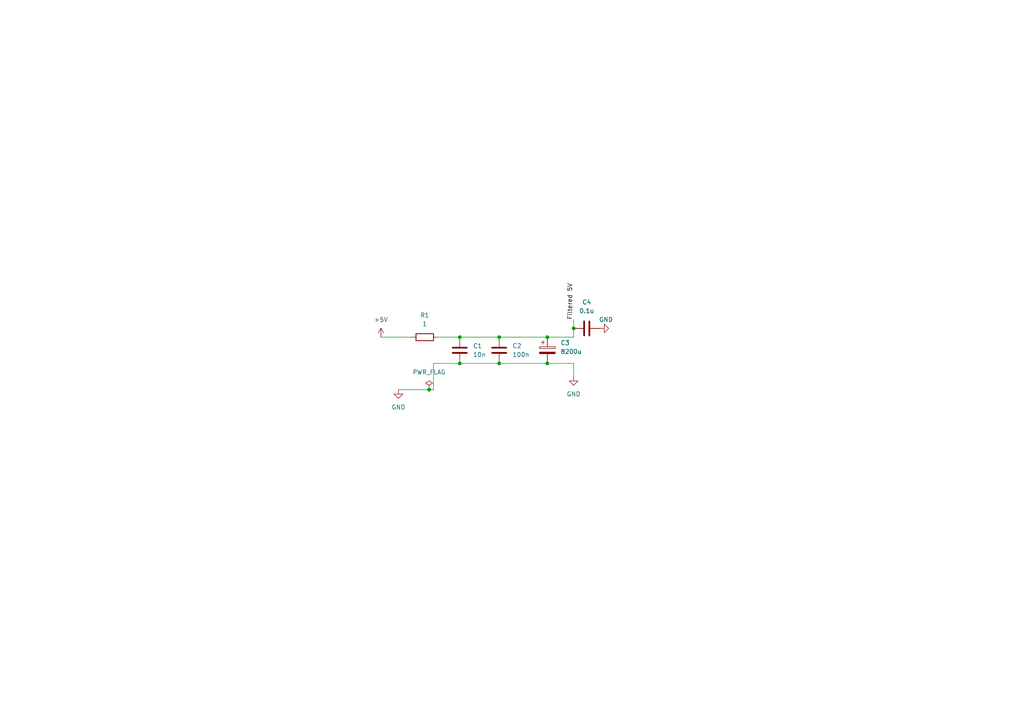
<source format=kicad_sch>
(kicad_sch (version 20211123) (generator eeschema)
  (paper "A4")
  (lib_symbols
    (symbol "Device:C" (pin_numbers hide) (pin_names (offset 0.254))
      (property "Reference" "C" (at 0.635 2.54 0))
      (property "Value" "C" (at 0.635 -2.54 0))
      (symbol "C_0_1"
        (polyline (pts (xy -2.032 -0.762) (xy 2.032 -0.762)) (stroke (width 0.508)))
        (polyline (pts (xy -2.032 0.762) (xy 2.032 0.762)) (stroke (width 0.508)))
      )
      (symbol "C_1_1"
        (pin passive line (at 0 3.81 270) (length 2.794) (name "~") (number "1"))
        (pin passive line (at 0 -3.81 90) (length 2.794) (name "~") (number "2"))
      )
    )
    (symbol "Device:C_Polarized" (pin_numbers hide) (pin_names (offset 0.254))
      (property "Reference" "C" (at 0.635 2.54 0))
      (property "Value" "C_Polarized" (at 0.635 -2.54 0))
      (symbol "C_Polarized_0_1"
        (rectangle (start -2.286 0.508) (end 2.286 1.016))
        (polyline (pts (xy -1.778 2.286) (xy -0.762 2.286)))
        (polyline (pts (xy -1.27 2.794) (xy -1.27 1.778)))
        (rectangle (start 2.286 -0.508) (end -2.286 -1.016) (fill (type outline)))
      )
      (symbol "C_Polarized_1_1"
        (pin passive line (at 0 3.81 270) (length 2.794) (name "~") (number "1"))
        (pin passive line (at 0 -3.81 90) (length 2.794) (name "~") (number "2"))
      )
    )
    (symbol "Device:R" (pin_numbers hide) (pin_names (offset 0))
      (property "Reference" "R" (at 2.032 0 90))
      (property "Value" "R" (at 0 0 90))
      (symbol "R_0_1"
        (rectangle (start -1.016 -2.54) (end 1.016 2.54) (stroke (width 0.254)))
      )
      (symbol "R_1_1"
        (pin passive line (at 0 3.81 270) (length 1.27) (name "~") (number "1"))
        (pin passive line (at 0 -3.81 90) (length 1.27) (name "~") (number "2"))
      )
    )
    (symbol "power:+5V" (power) (pin_names (offset 0))
      (property "Value" "+5V" (at 0 3.556 0))
      (symbol "+5V_0_1"
        (polyline (pts (xy -0.762 1.27) (xy 0 2.54)))
        (polyline (pts (xy 0 0) (xy 0 2.54)))
        (polyline (pts (xy 0 2.54) (xy 0.762 1.27)))
      )
      (symbol "+5V_1_1"
        (pin power_in line (at 0 0 90) (length 0) hide (name "+5V") (number "1"))
      )
    )
    (symbol "power:GND" (power) (pin_names (offset 0))
      (property "Value" "GND" (at 0 -3.81 0))
      (symbol "GND_0_1"
        (polyline (pts (xy 0 0) (xy 0 -1.27) (xy 1.27 -1.27) (xy 0 -2.54) (xy -1.27 -1.27) (xy 0 -1.27)))
      )
      (symbol "GND_1_1"
        (pin power_in line (at 0 0 270) (length 0) hide (name "GND") (number "1"))
      )
    )
    (symbol "power:PWR_FLAG" (power) (pin_numbers hide) (pin_names (offset 0) hide)
      (property "Value" "PWR_FLAG" (at 0 3.81 0))
      (symbol "PWR_FLAG_0_0"
        (pin power_out line (at 0 0 90) (length 0) (name "pwr") (number "1"))
      )
      (symbol "PWR_FLAG_0_1"
        (polyline (pts (xy 0 0) (xy 0 1.27) (xy -1.016 1.905) (xy 0 2.54) (xy 1.016 1.905) (xy 0 1.27)))
      )
    )
  )
  (junction (at 144.78 105.41))
  (junction (at 166.37 95.25))
  (junction (at 158.75 97.79))
  (junction (at 133.35 97.79))
  (junction (at 133.35 105.41))
  (junction (at 124.46 113.03))
  (junction (at 144.78 97.79))
  (junction (at 158.75 105.41))
  (wire (pts (xy 124.46 113.03) (xy 125.73 113.03)))
  (wire (pts (xy 166.37 95.25) (xy 166.37 97.79)))
  (wire (pts (xy 144.78 105.41) (xy 158.75 105.41)))
  (wire (pts (xy 110.49 97.79) (xy 119.38 97.79)))
  (wire (pts (xy 158.75 97.79) (xy 166.37 97.79)))
  (wire (pts (xy 125.73 113.03) (xy 125.73 105.41)))
  (wire (pts (xy 166.37 105.41) (xy 166.37 109.22)))
  (wire (pts (xy 133.35 105.41) (xy 144.78 105.41)))
  (wire (pts (xy 115.57 113.03) (xy 124.46 113.03)))
  (wire (pts (xy 133.35 97.79) (xy 144.78 97.79)))
  (wire (pts (xy 158.75 105.41) (xy 166.37 105.41)))
  (wire (pts (xy 125.73 105.41) (xy 133.35 105.41)))
  (wire (pts (xy 144.78 97.79) (xy 158.75 97.79)))
  (wire (pts (xy 127 97.79) (xy 133.35 97.79)))
  (wire (pts (xy 166.37 92.71) (xy 166.37 95.25)))
  (label "Filtered 5V" (at 166.37 92.71 90))
  (symbol (lib_id "Device:C_Polarized") (at 158.75 101.6 0) (unit 1)
    (property "Reference" "C3" (at 162.56 99.4409 0) (effects (justify left)))
    (property "Value" "8200u" (at 162.56 101.9809 0) (effects (justify left)))
    (property "Footprint" "Capacitor_THT:CP_Radial_D16.0mm_P7.50mm" (effects hide))
    (property "Datasheet" "https://www.nteinc.com/capacitor_web/pdf/vht.pdf" (effects hide))
  )
  (symbol (lib_id "Device:C") (at 133.35 101.6 0) (unit 1)
    (property "Reference" "C1" (at 137.16 100.3299 0) (effects (justify left)))
    (property "Value" "10n" (at 137.16 102.8699 0) (effects (justify left)))
    (property "Footprint" "Capacitor_SMD:C_0805_2012Metric" (effects hide))
    (property "Datasheet" "https://www.cde.com/resources/catalogs/FCP.pdf" (effects hide))
  )
  (symbol (lib_id "power:GND") (at 173.99 95.25 90) (unit 1)
    (property "Reference" "#PWR04" (effects hide))
    (property "Value" "GND" (at 177.8 92.71 90) (effects (justify left)))
  )
  (symbol (lib_id "Device:C") (at 170.18 95.25 270) (unit 1)
    (property "Reference" "C4" (at 170.18 87.63 90))
    (property "Value" "0.1u" (at 170.18 90.17 90))
    (property "Footprint" "Capacitor_SMD:C_0805_2012Metric" (effects hide))
    (property "Datasheet" "https://www.cde.com/resources/catalogs/FCA.pdf" (effects hide))
  )
  (symbol (lib_id "power:GND") (at 166.37 109.22 0) (unit 1)
    (property "Reference" "#PWR03" (effects hide))
    (property "Value" "GND" (at 166.37 114.3 0))
  )
  (symbol (lib_id "power:GND") (at 115.57 113.03 0) (unit 1)
    (property "Reference" "#PWR02" (effects hide))
    (property "Value" "GND" (at 115.57 118.11 0))
  )
  (symbol (lib_id "Device:R") (at 123.19 97.79 90) (unit 1)
    (property "Reference" "R1" (at 123.19 91.44 90))
    (property "Value" "1" (at 123.19 93.98 90))
    (property "Footprint" "Resistor_SMD:R_0805_2012Metric" (effects hide))
    (property "Datasheet" "https://www.koaspeer.com/catimages/Products/SR73/SR73.pdf" (effects hide))
  )
  (symbol (lib_id "power:PWR_FLAG") (at 124.46 113.03 0) (unit 1)
    (property "Reference" "#FLG01" (effects hide))
    (property "Value" "PWR_FLAG" (at 124.46 107.95 0))
  )
  (symbol (lib_id "power:+5V") (at 110.49 97.79 0) (unit 1)
    (property "Reference" "#PWR01" (effects hide))
    (property "Value" "+5V" (at 110.49 92.71 0))
  )
  (symbol (lib_id "Device:C") (at 144.78 101.6 0) (unit 1)
    (property "Reference" "C2" (at 148.59 100.3299 0) (effects (justify left)))
    (property "Value" "100n" (at 148.59 102.8699 0) (effects (justify left)))
    (property "Footprint" "Capacitor_SMD:C_0805_2012Metric" (effects hide))
    (property "Datasheet" "https://www.cde.com/resources/catalogs/FCA.pdf" (effects hide))
  )
)
</source>
